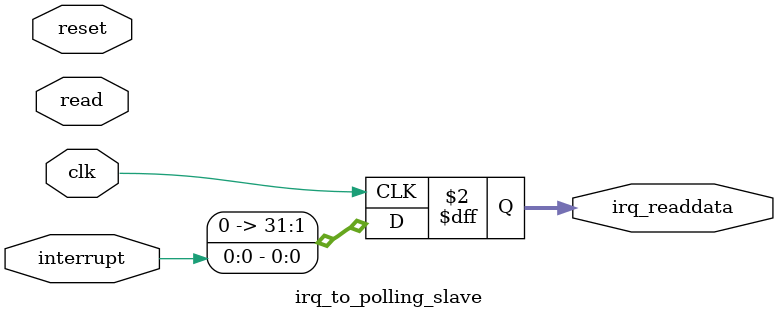
<source format=v>
module irq_to_polling_slave (
    clk,
    reset,

    read,
    irq_readdata,

    interrupt
);

parameter DATA_WIDTH = 32;

input clk;
input reset;

input read;
output [DATA_WIDTH-1:0] irq_readdata;
input interrupt;

(* altera_attribute = {"-name SDC_STATEMENT \"set_false_path -to [get_registers *irq_to_polling_slave:*|irq_readdata,*]\""} *) reg [DATA_WIDTH-1:0] irq_readdata;

always@(posedge clk)
begin
  irq_readdata <= interrupt;
end

endmodule

</source>
